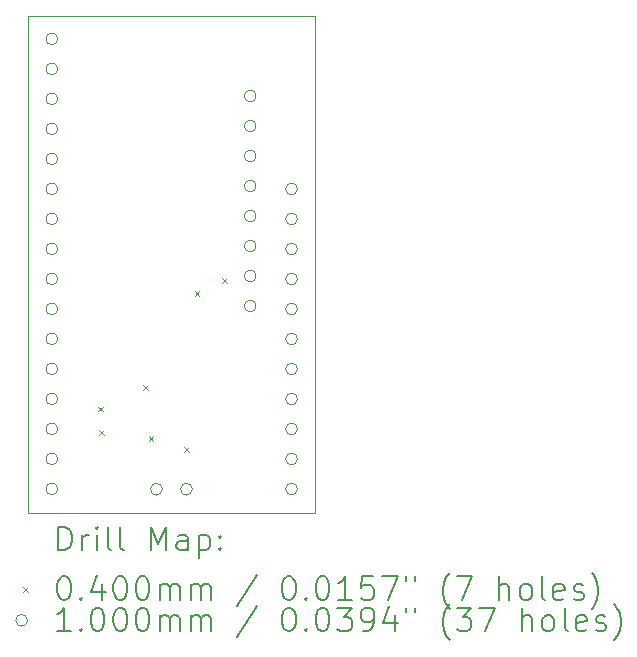
<source format=gbr>
%TF.GenerationSoftware,KiCad,Pcbnew,7.0.5-0*%
%TF.CreationDate,2023-07-31T20:50:07+02:00*%
%TF.ProjectId,wireless-wizard-wand,77697265-6c65-4737-932d-77697a617264,rev?*%
%TF.SameCoordinates,Original*%
%TF.FileFunction,Drillmap*%
%TF.FilePolarity,Positive*%
%FSLAX45Y45*%
G04 Gerber Fmt 4.5, Leading zero omitted, Abs format (unit mm)*
G04 Created by KiCad (PCBNEW 7.0.5-0) date 2023-07-31 20:50:07*
%MOMM*%
%LPD*%
G01*
G04 APERTURE LIST*
%ADD10C,0.100000*%
%ADD11C,0.200000*%
%ADD12C,0.040000*%
G04 APERTURE END LIST*
D10*
X8140000Y-2830000D02*
X10570000Y-2830000D01*
X10570000Y-7040000D01*
X8140000Y-7040000D01*
X8140000Y-2830000D01*
D11*
D12*
X8730000Y-6140000D02*
X8770000Y-6180000D01*
X8770000Y-6140000D02*
X8730000Y-6180000D01*
X8740000Y-6340000D02*
X8780000Y-6380000D01*
X8780000Y-6340000D02*
X8740000Y-6380000D01*
X9113480Y-5958445D02*
X9153480Y-5998445D01*
X9153480Y-5958445D02*
X9113480Y-5998445D01*
X9160000Y-6390000D02*
X9200000Y-6430000D01*
X9200000Y-6390000D02*
X9160000Y-6430000D01*
X9460000Y-6480000D02*
X9500000Y-6520000D01*
X9500000Y-6480000D02*
X9460000Y-6520000D01*
X9549850Y-5160000D02*
X9589850Y-5200000D01*
X9589850Y-5160000D02*
X9549850Y-5200000D01*
X9780150Y-5050000D02*
X9820150Y-5090000D01*
X9820150Y-5050000D02*
X9780150Y-5090000D01*
D10*
X8390000Y-3026000D02*
G75*
G03*
X8390000Y-3026000I-50000J0D01*
G01*
X8390000Y-3280000D02*
G75*
G03*
X8390000Y-3280000I-50000J0D01*
G01*
X8390000Y-3534000D02*
G75*
G03*
X8390000Y-3534000I-50000J0D01*
G01*
X8390000Y-3788000D02*
G75*
G03*
X8390000Y-3788000I-50000J0D01*
G01*
X8390000Y-4042000D02*
G75*
G03*
X8390000Y-4042000I-50000J0D01*
G01*
X8390000Y-4296000D02*
G75*
G03*
X8390000Y-4296000I-50000J0D01*
G01*
X8390000Y-4550000D02*
G75*
G03*
X8390000Y-4550000I-50000J0D01*
G01*
X8390000Y-4804000D02*
G75*
G03*
X8390000Y-4804000I-50000J0D01*
G01*
X8390000Y-5058000D02*
G75*
G03*
X8390000Y-5058000I-50000J0D01*
G01*
X8390000Y-5312000D02*
G75*
G03*
X8390000Y-5312000I-50000J0D01*
G01*
X8390000Y-5566000D02*
G75*
G03*
X8390000Y-5566000I-50000J0D01*
G01*
X8390000Y-5820000D02*
G75*
G03*
X8390000Y-5820000I-50000J0D01*
G01*
X8390000Y-6074000D02*
G75*
G03*
X8390000Y-6074000I-50000J0D01*
G01*
X8390000Y-6328000D02*
G75*
G03*
X8390000Y-6328000I-50000J0D01*
G01*
X8390000Y-6582000D02*
G75*
G03*
X8390000Y-6582000I-50000J0D01*
G01*
X8390000Y-6836000D02*
G75*
G03*
X8390000Y-6836000I-50000J0D01*
G01*
X9276000Y-6838500D02*
G75*
G03*
X9276000Y-6838500I-50000J0D01*
G01*
X9530000Y-6838500D02*
G75*
G03*
X9530000Y-6838500I-50000J0D01*
G01*
X10070000Y-3510000D02*
G75*
G03*
X10070000Y-3510000I-50000J0D01*
G01*
X10070000Y-3764000D02*
G75*
G03*
X10070000Y-3764000I-50000J0D01*
G01*
X10070000Y-4018000D02*
G75*
G03*
X10070000Y-4018000I-50000J0D01*
G01*
X10070000Y-4272000D02*
G75*
G03*
X10070000Y-4272000I-50000J0D01*
G01*
X10070000Y-4526000D02*
G75*
G03*
X10070000Y-4526000I-50000J0D01*
G01*
X10070000Y-4780000D02*
G75*
G03*
X10070000Y-4780000I-50000J0D01*
G01*
X10070000Y-5034000D02*
G75*
G03*
X10070000Y-5034000I-50000J0D01*
G01*
X10070000Y-5288000D02*
G75*
G03*
X10070000Y-5288000I-50000J0D01*
G01*
X10420000Y-4296000D02*
G75*
G03*
X10420000Y-4296000I-50000J0D01*
G01*
X10420000Y-4550000D02*
G75*
G03*
X10420000Y-4550000I-50000J0D01*
G01*
X10420000Y-4804000D02*
G75*
G03*
X10420000Y-4804000I-50000J0D01*
G01*
X10420000Y-5058000D02*
G75*
G03*
X10420000Y-5058000I-50000J0D01*
G01*
X10420000Y-5312000D02*
G75*
G03*
X10420000Y-5312000I-50000J0D01*
G01*
X10420000Y-5566000D02*
G75*
G03*
X10420000Y-5566000I-50000J0D01*
G01*
X10420000Y-5820000D02*
G75*
G03*
X10420000Y-5820000I-50000J0D01*
G01*
X10420000Y-6074000D02*
G75*
G03*
X10420000Y-6074000I-50000J0D01*
G01*
X10420000Y-6328000D02*
G75*
G03*
X10420000Y-6328000I-50000J0D01*
G01*
X10420000Y-6582000D02*
G75*
G03*
X10420000Y-6582000I-50000J0D01*
G01*
X10420000Y-6836000D02*
G75*
G03*
X10420000Y-6836000I-50000J0D01*
G01*
D11*
X8395777Y-7356484D02*
X8395777Y-7156484D01*
X8395777Y-7156484D02*
X8443396Y-7156484D01*
X8443396Y-7156484D02*
X8471967Y-7166008D01*
X8471967Y-7166008D02*
X8491015Y-7185055D01*
X8491015Y-7185055D02*
X8500539Y-7204103D01*
X8500539Y-7204103D02*
X8510063Y-7242198D01*
X8510063Y-7242198D02*
X8510063Y-7270769D01*
X8510063Y-7270769D02*
X8500539Y-7308865D01*
X8500539Y-7308865D02*
X8491015Y-7327912D01*
X8491015Y-7327912D02*
X8471967Y-7346960D01*
X8471967Y-7346960D02*
X8443396Y-7356484D01*
X8443396Y-7356484D02*
X8395777Y-7356484D01*
X8595777Y-7356484D02*
X8595777Y-7223150D01*
X8595777Y-7261246D02*
X8605301Y-7242198D01*
X8605301Y-7242198D02*
X8614824Y-7232674D01*
X8614824Y-7232674D02*
X8633872Y-7223150D01*
X8633872Y-7223150D02*
X8652920Y-7223150D01*
X8719586Y-7356484D02*
X8719586Y-7223150D01*
X8719586Y-7156484D02*
X8710063Y-7166008D01*
X8710063Y-7166008D02*
X8719586Y-7175531D01*
X8719586Y-7175531D02*
X8729110Y-7166008D01*
X8729110Y-7166008D02*
X8719586Y-7156484D01*
X8719586Y-7156484D02*
X8719586Y-7175531D01*
X8843396Y-7356484D02*
X8824348Y-7346960D01*
X8824348Y-7346960D02*
X8814824Y-7327912D01*
X8814824Y-7327912D02*
X8814824Y-7156484D01*
X8948158Y-7356484D02*
X8929110Y-7346960D01*
X8929110Y-7346960D02*
X8919586Y-7327912D01*
X8919586Y-7327912D02*
X8919586Y-7156484D01*
X9176729Y-7356484D02*
X9176729Y-7156484D01*
X9176729Y-7156484D02*
X9243396Y-7299341D01*
X9243396Y-7299341D02*
X9310063Y-7156484D01*
X9310063Y-7156484D02*
X9310063Y-7356484D01*
X9491015Y-7356484D02*
X9491015Y-7251722D01*
X9491015Y-7251722D02*
X9481491Y-7232674D01*
X9481491Y-7232674D02*
X9462444Y-7223150D01*
X9462444Y-7223150D02*
X9424348Y-7223150D01*
X9424348Y-7223150D02*
X9405301Y-7232674D01*
X9491015Y-7346960D02*
X9471967Y-7356484D01*
X9471967Y-7356484D02*
X9424348Y-7356484D01*
X9424348Y-7356484D02*
X9405301Y-7346960D01*
X9405301Y-7346960D02*
X9395777Y-7327912D01*
X9395777Y-7327912D02*
X9395777Y-7308865D01*
X9395777Y-7308865D02*
X9405301Y-7289817D01*
X9405301Y-7289817D02*
X9424348Y-7280293D01*
X9424348Y-7280293D02*
X9471967Y-7280293D01*
X9471967Y-7280293D02*
X9491015Y-7270769D01*
X9586253Y-7223150D02*
X9586253Y-7423150D01*
X9586253Y-7232674D02*
X9605301Y-7223150D01*
X9605301Y-7223150D02*
X9643396Y-7223150D01*
X9643396Y-7223150D02*
X9662444Y-7232674D01*
X9662444Y-7232674D02*
X9671967Y-7242198D01*
X9671967Y-7242198D02*
X9681491Y-7261246D01*
X9681491Y-7261246D02*
X9681491Y-7318388D01*
X9681491Y-7318388D02*
X9671967Y-7337436D01*
X9671967Y-7337436D02*
X9662444Y-7346960D01*
X9662444Y-7346960D02*
X9643396Y-7356484D01*
X9643396Y-7356484D02*
X9605301Y-7356484D01*
X9605301Y-7356484D02*
X9586253Y-7346960D01*
X9767205Y-7337436D02*
X9776729Y-7346960D01*
X9776729Y-7346960D02*
X9767205Y-7356484D01*
X9767205Y-7356484D02*
X9757682Y-7346960D01*
X9757682Y-7346960D02*
X9767205Y-7337436D01*
X9767205Y-7337436D02*
X9767205Y-7356484D01*
X9767205Y-7232674D02*
X9776729Y-7242198D01*
X9776729Y-7242198D02*
X9767205Y-7251722D01*
X9767205Y-7251722D02*
X9757682Y-7242198D01*
X9757682Y-7242198D02*
X9767205Y-7232674D01*
X9767205Y-7232674D02*
X9767205Y-7251722D01*
D12*
X8095000Y-7665000D02*
X8135000Y-7705000D01*
X8135000Y-7665000D02*
X8095000Y-7705000D01*
D11*
X8433872Y-7576484D02*
X8452920Y-7576484D01*
X8452920Y-7576484D02*
X8471967Y-7586008D01*
X8471967Y-7586008D02*
X8481491Y-7595531D01*
X8481491Y-7595531D02*
X8491015Y-7614579D01*
X8491015Y-7614579D02*
X8500539Y-7652674D01*
X8500539Y-7652674D02*
X8500539Y-7700293D01*
X8500539Y-7700293D02*
X8491015Y-7738388D01*
X8491015Y-7738388D02*
X8481491Y-7757436D01*
X8481491Y-7757436D02*
X8471967Y-7766960D01*
X8471967Y-7766960D02*
X8452920Y-7776484D01*
X8452920Y-7776484D02*
X8433872Y-7776484D01*
X8433872Y-7776484D02*
X8414824Y-7766960D01*
X8414824Y-7766960D02*
X8405301Y-7757436D01*
X8405301Y-7757436D02*
X8395777Y-7738388D01*
X8395777Y-7738388D02*
X8386253Y-7700293D01*
X8386253Y-7700293D02*
X8386253Y-7652674D01*
X8386253Y-7652674D02*
X8395777Y-7614579D01*
X8395777Y-7614579D02*
X8405301Y-7595531D01*
X8405301Y-7595531D02*
X8414824Y-7586008D01*
X8414824Y-7586008D02*
X8433872Y-7576484D01*
X8586253Y-7757436D02*
X8595777Y-7766960D01*
X8595777Y-7766960D02*
X8586253Y-7776484D01*
X8586253Y-7776484D02*
X8576729Y-7766960D01*
X8576729Y-7766960D02*
X8586253Y-7757436D01*
X8586253Y-7757436D02*
X8586253Y-7776484D01*
X8767205Y-7643150D02*
X8767205Y-7776484D01*
X8719586Y-7566960D02*
X8671967Y-7709817D01*
X8671967Y-7709817D02*
X8795777Y-7709817D01*
X8910063Y-7576484D02*
X8929110Y-7576484D01*
X8929110Y-7576484D02*
X8948158Y-7586008D01*
X8948158Y-7586008D02*
X8957682Y-7595531D01*
X8957682Y-7595531D02*
X8967205Y-7614579D01*
X8967205Y-7614579D02*
X8976729Y-7652674D01*
X8976729Y-7652674D02*
X8976729Y-7700293D01*
X8976729Y-7700293D02*
X8967205Y-7738388D01*
X8967205Y-7738388D02*
X8957682Y-7757436D01*
X8957682Y-7757436D02*
X8948158Y-7766960D01*
X8948158Y-7766960D02*
X8929110Y-7776484D01*
X8929110Y-7776484D02*
X8910063Y-7776484D01*
X8910063Y-7776484D02*
X8891015Y-7766960D01*
X8891015Y-7766960D02*
X8881491Y-7757436D01*
X8881491Y-7757436D02*
X8871967Y-7738388D01*
X8871967Y-7738388D02*
X8862444Y-7700293D01*
X8862444Y-7700293D02*
X8862444Y-7652674D01*
X8862444Y-7652674D02*
X8871967Y-7614579D01*
X8871967Y-7614579D02*
X8881491Y-7595531D01*
X8881491Y-7595531D02*
X8891015Y-7586008D01*
X8891015Y-7586008D02*
X8910063Y-7576484D01*
X9100539Y-7576484D02*
X9119586Y-7576484D01*
X9119586Y-7576484D02*
X9138634Y-7586008D01*
X9138634Y-7586008D02*
X9148158Y-7595531D01*
X9148158Y-7595531D02*
X9157682Y-7614579D01*
X9157682Y-7614579D02*
X9167205Y-7652674D01*
X9167205Y-7652674D02*
X9167205Y-7700293D01*
X9167205Y-7700293D02*
X9157682Y-7738388D01*
X9157682Y-7738388D02*
X9148158Y-7757436D01*
X9148158Y-7757436D02*
X9138634Y-7766960D01*
X9138634Y-7766960D02*
X9119586Y-7776484D01*
X9119586Y-7776484D02*
X9100539Y-7776484D01*
X9100539Y-7776484D02*
X9081491Y-7766960D01*
X9081491Y-7766960D02*
X9071967Y-7757436D01*
X9071967Y-7757436D02*
X9062444Y-7738388D01*
X9062444Y-7738388D02*
X9052920Y-7700293D01*
X9052920Y-7700293D02*
X9052920Y-7652674D01*
X9052920Y-7652674D02*
X9062444Y-7614579D01*
X9062444Y-7614579D02*
X9071967Y-7595531D01*
X9071967Y-7595531D02*
X9081491Y-7586008D01*
X9081491Y-7586008D02*
X9100539Y-7576484D01*
X9252920Y-7776484D02*
X9252920Y-7643150D01*
X9252920Y-7662198D02*
X9262444Y-7652674D01*
X9262444Y-7652674D02*
X9281491Y-7643150D01*
X9281491Y-7643150D02*
X9310063Y-7643150D01*
X9310063Y-7643150D02*
X9329110Y-7652674D01*
X9329110Y-7652674D02*
X9338634Y-7671722D01*
X9338634Y-7671722D02*
X9338634Y-7776484D01*
X9338634Y-7671722D02*
X9348158Y-7652674D01*
X9348158Y-7652674D02*
X9367205Y-7643150D01*
X9367205Y-7643150D02*
X9395777Y-7643150D01*
X9395777Y-7643150D02*
X9414825Y-7652674D01*
X9414825Y-7652674D02*
X9424348Y-7671722D01*
X9424348Y-7671722D02*
X9424348Y-7776484D01*
X9519586Y-7776484D02*
X9519586Y-7643150D01*
X9519586Y-7662198D02*
X9529110Y-7652674D01*
X9529110Y-7652674D02*
X9548158Y-7643150D01*
X9548158Y-7643150D02*
X9576729Y-7643150D01*
X9576729Y-7643150D02*
X9595777Y-7652674D01*
X9595777Y-7652674D02*
X9605301Y-7671722D01*
X9605301Y-7671722D02*
X9605301Y-7776484D01*
X9605301Y-7671722D02*
X9614825Y-7652674D01*
X9614825Y-7652674D02*
X9633872Y-7643150D01*
X9633872Y-7643150D02*
X9662444Y-7643150D01*
X9662444Y-7643150D02*
X9681491Y-7652674D01*
X9681491Y-7652674D02*
X9691015Y-7671722D01*
X9691015Y-7671722D02*
X9691015Y-7776484D01*
X10081491Y-7566960D02*
X9910063Y-7824103D01*
X10338634Y-7576484D02*
X10357682Y-7576484D01*
X10357682Y-7576484D02*
X10376729Y-7586008D01*
X10376729Y-7586008D02*
X10386253Y-7595531D01*
X10386253Y-7595531D02*
X10395777Y-7614579D01*
X10395777Y-7614579D02*
X10405301Y-7652674D01*
X10405301Y-7652674D02*
X10405301Y-7700293D01*
X10405301Y-7700293D02*
X10395777Y-7738388D01*
X10395777Y-7738388D02*
X10386253Y-7757436D01*
X10386253Y-7757436D02*
X10376729Y-7766960D01*
X10376729Y-7766960D02*
X10357682Y-7776484D01*
X10357682Y-7776484D02*
X10338634Y-7776484D01*
X10338634Y-7776484D02*
X10319587Y-7766960D01*
X10319587Y-7766960D02*
X10310063Y-7757436D01*
X10310063Y-7757436D02*
X10300539Y-7738388D01*
X10300539Y-7738388D02*
X10291015Y-7700293D01*
X10291015Y-7700293D02*
X10291015Y-7652674D01*
X10291015Y-7652674D02*
X10300539Y-7614579D01*
X10300539Y-7614579D02*
X10310063Y-7595531D01*
X10310063Y-7595531D02*
X10319587Y-7586008D01*
X10319587Y-7586008D02*
X10338634Y-7576484D01*
X10491015Y-7757436D02*
X10500539Y-7766960D01*
X10500539Y-7766960D02*
X10491015Y-7776484D01*
X10491015Y-7776484D02*
X10481491Y-7766960D01*
X10481491Y-7766960D02*
X10491015Y-7757436D01*
X10491015Y-7757436D02*
X10491015Y-7776484D01*
X10624348Y-7576484D02*
X10643396Y-7576484D01*
X10643396Y-7576484D02*
X10662444Y-7586008D01*
X10662444Y-7586008D02*
X10671968Y-7595531D01*
X10671968Y-7595531D02*
X10681491Y-7614579D01*
X10681491Y-7614579D02*
X10691015Y-7652674D01*
X10691015Y-7652674D02*
X10691015Y-7700293D01*
X10691015Y-7700293D02*
X10681491Y-7738388D01*
X10681491Y-7738388D02*
X10671968Y-7757436D01*
X10671968Y-7757436D02*
X10662444Y-7766960D01*
X10662444Y-7766960D02*
X10643396Y-7776484D01*
X10643396Y-7776484D02*
X10624348Y-7776484D01*
X10624348Y-7776484D02*
X10605301Y-7766960D01*
X10605301Y-7766960D02*
X10595777Y-7757436D01*
X10595777Y-7757436D02*
X10586253Y-7738388D01*
X10586253Y-7738388D02*
X10576729Y-7700293D01*
X10576729Y-7700293D02*
X10576729Y-7652674D01*
X10576729Y-7652674D02*
X10586253Y-7614579D01*
X10586253Y-7614579D02*
X10595777Y-7595531D01*
X10595777Y-7595531D02*
X10605301Y-7586008D01*
X10605301Y-7586008D02*
X10624348Y-7576484D01*
X10881491Y-7776484D02*
X10767206Y-7776484D01*
X10824348Y-7776484D02*
X10824348Y-7576484D01*
X10824348Y-7576484D02*
X10805301Y-7605055D01*
X10805301Y-7605055D02*
X10786253Y-7624103D01*
X10786253Y-7624103D02*
X10767206Y-7633627D01*
X11062444Y-7576484D02*
X10967206Y-7576484D01*
X10967206Y-7576484D02*
X10957682Y-7671722D01*
X10957682Y-7671722D02*
X10967206Y-7662198D01*
X10967206Y-7662198D02*
X10986253Y-7652674D01*
X10986253Y-7652674D02*
X11033872Y-7652674D01*
X11033872Y-7652674D02*
X11052920Y-7662198D01*
X11052920Y-7662198D02*
X11062444Y-7671722D01*
X11062444Y-7671722D02*
X11071968Y-7690769D01*
X11071968Y-7690769D02*
X11071968Y-7738388D01*
X11071968Y-7738388D02*
X11062444Y-7757436D01*
X11062444Y-7757436D02*
X11052920Y-7766960D01*
X11052920Y-7766960D02*
X11033872Y-7776484D01*
X11033872Y-7776484D02*
X10986253Y-7776484D01*
X10986253Y-7776484D02*
X10967206Y-7766960D01*
X10967206Y-7766960D02*
X10957682Y-7757436D01*
X11138634Y-7576484D02*
X11271967Y-7576484D01*
X11271967Y-7576484D02*
X11186253Y-7776484D01*
X11338634Y-7576484D02*
X11338634Y-7614579D01*
X11414825Y-7576484D02*
X11414825Y-7614579D01*
X11710063Y-7852674D02*
X11700539Y-7843150D01*
X11700539Y-7843150D02*
X11681491Y-7814579D01*
X11681491Y-7814579D02*
X11671968Y-7795531D01*
X11671968Y-7795531D02*
X11662444Y-7766960D01*
X11662444Y-7766960D02*
X11652920Y-7719341D01*
X11652920Y-7719341D02*
X11652920Y-7681246D01*
X11652920Y-7681246D02*
X11662444Y-7633627D01*
X11662444Y-7633627D02*
X11671968Y-7605055D01*
X11671968Y-7605055D02*
X11681491Y-7586008D01*
X11681491Y-7586008D02*
X11700539Y-7557436D01*
X11700539Y-7557436D02*
X11710063Y-7547912D01*
X11767206Y-7576484D02*
X11900539Y-7576484D01*
X11900539Y-7576484D02*
X11814825Y-7776484D01*
X12129110Y-7776484D02*
X12129110Y-7576484D01*
X12214825Y-7776484D02*
X12214825Y-7671722D01*
X12214825Y-7671722D02*
X12205301Y-7652674D01*
X12205301Y-7652674D02*
X12186253Y-7643150D01*
X12186253Y-7643150D02*
X12157682Y-7643150D01*
X12157682Y-7643150D02*
X12138634Y-7652674D01*
X12138634Y-7652674D02*
X12129110Y-7662198D01*
X12338634Y-7776484D02*
X12319587Y-7766960D01*
X12319587Y-7766960D02*
X12310063Y-7757436D01*
X12310063Y-7757436D02*
X12300539Y-7738388D01*
X12300539Y-7738388D02*
X12300539Y-7681246D01*
X12300539Y-7681246D02*
X12310063Y-7662198D01*
X12310063Y-7662198D02*
X12319587Y-7652674D01*
X12319587Y-7652674D02*
X12338634Y-7643150D01*
X12338634Y-7643150D02*
X12367206Y-7643150D01*
X12367206Y-7643150D02*
X12386253Y-7652674D01*
X12386253Y-7652674D02*
X12395777Y-7662198D01*
X12395777Y-7662198D02*
X12405301Y-7681246D01*
X12405301Y-7681246D02*
X12405301Y-7738388D01*
X12405301Y-7738388D02*
X12395777Y-7757436D01*
X12395777Y-7757436D02*
X12386253Y-7766960D01*
X12386253Y-7766960D02*
X12367206Y-7776484D01*
X12367206Y-7776484D02*
X12338634Y-7776484D01*
X12519587Y-7776484D02*
X12500539Y-7766960D01*
X12500539Y-7766960D02*
X12491015Y-7747912D01*
X12491015Y-7747912D02*
X12491015Y-7576484D01*
X12671968Y-7766960D02*
X12652920Y-7776484D01*
X12652920Y-7776484D02*
X12614825Y-7776484D01*
X12614825Y-7776484D02*
X12595777Y-7766960D01*
X12595777Y-7766960D02*
X12586253Y-7747912D01*
X12586253Y-7747912D02*
X12586253Y-7671722D01*
X12586253Y-7671722D02*
X12595777Y-7652674D01*
X12595777Y-7652674D02*
X12614825Y-7643150D01*
X12614825Y-7643150D02*
X12652920Y-7643150D01*
X12652920Y-7643150D02*
X12671968Y-7652674D01*
X12671968Y-7652674D02*
X12681491Y-7671722D01*
X12681491Y-7671722D02*
X12681491Y-7690769D01*
X12681491Y-7690769D02*
X12586253Y-7709817D01*
X12757682Y-7766960D02*
X12776730Y-7776484D01*
X12776730Y-7776484D02*
X12814825Y-7776484D01*
X12814825Y-7776484D02*
X12833872Y-7766960D01*
X12833872Y-7766960D02*
X12843396Y-7747912D01*
X12843396Y-7747912D02*
X12843396Y-7738388D01*
X12843396Y-7738388D02*
X12833872Y-7719341D01*
X12833872Y-7719341D02*
X12814825Y-7709817D01*
X12814825Y-7709817D02*
X12786253Y-7709817D01*
X12786253Y-7709817D02*
X12767206Y-7700293D01*
X12767206Y-7700293D02*
X12757682Y-7681246D01*
X12757682Y-7681246D02*
X12757682Y-7671722D01*
X12757682Y-7671722D02*
X12767206Y-7652674D01*
X12767206Y-7652674D02*
X12786253Y-7643150D01*
X12786253Y-7643150D02*
X12814825Y-7643150D01*
X12814825Y-7643150D02*
X12833872Y-7652674D01*
X12910063Y-7852674D02*
X12919587Y-7843150D01*
X12919587Y-7843150D02*
X12938634Y-7814579D01*
X12938634Y-7814579D02*
X12948158Y-7795531D01*
X12948158Y-7795531D02*
X12957682Y-7766960D01*
X12957682Y-7766960D02*
X12967206Y-7719341D01*
X12967206Y-7719341D02*
X12967206Y-7681246D01*
X12967206Y-7681246D02*
X12957682Y-7633627D01*
X12957682Y-7633627D02*
X12948158Y-7605055D01*
X12948158Y-7605055D02*
X12938634Y-7586008D01*
X12938634Y-7586008D02*
X12919587Y-7557436D01*
X12919587Y-7557436D02*
X12910063Y-7547912D01*
D10*
X8135000Y-7949000D02*
G75*
G03*
X8135000Y-7949000I-50000J0D01*
G01*
D11*
X8500539Y-8040484D02*
X8386253Y-8040484D01*
X8443396Y-8040484D02*
X8443396Y-7840484D01*
X8443396Y-7840484D02*
X8424348Y-7869055D01*
X8424348Y-7869055D02*
X8405301Y-7888103D01*
X8405301Y-7888103D02*
X8386253Y-7897627D01*
X8586253Y-8021436D02*
X8595777Y-8030960D01*
X8595777Y-8030960D02*
X8586253Y-8040484D01*
X8586253Y-8040484D02*
X8576729Y-8030960D01*
X8576729Y-8030960D02*
X8586253Y-8021436D01*
X8586253Y-8021436D02*
X8586253Y-8040484D01*
X8719586Y-7840484D02*
X8738634Y-7840484D01*
X8738634Y-7840484D02*
X8757682Y-7850008D01*
X8757682Y-7850008D02*
X8767205Y-7859531D01*
X8767205Y-7859531D02*
X8776729Y-7878579D01*
X8776729Y-7878579D02*
X8786253Y-7916674D01*
X8786253Y-7916674D02*
X8786253Y-7964293D01*
X8786253Y-7964293D02*
X8776729Y-8002388D01*
X8776729Y-8002388D02*
X8767205Y-8021436D01*
X8767205Y-8021436D02*
X8757682Y-8030960D01*
X8757682Y-8030960D02*
X8738634Y-8040484D01*
X8738634Y-8040484D02*
X8719586Y-8040484D01*
X8719586Y-8040484D02*
X8700539Y-8030960D01*
X8700539Y-8030960D02*
X8691015Y-8021436D01*
X8691015Y-8021436D02*
X8681491Y-8002388D01*
X8681491Y-8002388D02*
X8671967Y-7964293D01*
X8671967Y-7964293D02*
X8671967Y-7916674D01*
X8671967Y-7916674D02*
X8681491Y-7878579D01*
X8681491Y-7878579D02*
X8691015Y-7859531D01*
X8691015Y-7859531D02*
X8700539Y-7850008D01*
X8700539Y-7850008D02*
X8719586Y-7840484D01*
X8910063Y-7840484D02*
X8929110Y-7840484D01*
X8929110Y-7840484D02*
X8948158Y-7850008D01*
X8948158Y-7850008D02*
X8957682Y-7859531D01*
X8957682Y-7859531D02*
X8967205Y-7878579D01*
X8967205Y-7878579D02*
X8976729Y-7916674D01*
X8976729Y-7916674D02*
X8976729Y-7964293D01*
X8976729Y-7964293D02*
X8967205Y-8002388D01*
X8967205Y-8002388D02*
X8957682Y-8021436D01*
X8957682Y-8021436D02*
X8948158Y-8030960D01*
X8948158Y-8030960D02*
X8929110Y-8040484D01*
X8929110Y-8040484D02*
X8910063Y-8040484D01*
X8910063Y-8040484D02*
X8891015Y-8030960D01*
X8891015Y-8030960D02*
X8881491Y-8021436D01*
X8881491Y-8021436D02*
X8871967Y-8002388D01*
X8871967Y-8002388D02*
X8862444Y-7964293D01*
X8862444Y-7964293D02*
X8862444Y-7916674D01*
X8862444Y-7916674D02*
X8871967Y-7878579D01*
X8871967Y-7878579D02*
X8881491Y-7859531D01*
X8881491Y-7859531D02*
X8891015Y-7850008D01*
X8891015Y-7850008D02*
X8910063Y-7840484D01*
X9100539Y-7840484D02*
X9119586Y-7840484D01*
X9119586Y-7840484D02*
X9138634Y-7850008D01*
X9138634Y-7850008D02*
X9148158Y-7859531D01*
X9148158Y-7859531D02*
X9157682Y-7878579D01*
X9157682Y-7878579D02*
X9167205Y-7916674D01*
X9167205Y-7916674D02*
X9167205Y-7964293D01*
X9167205Y-7964293D02*
X9157682Y-8002388D01*
X9157682Y-8002388D02*
X9148158Y-8021436D01*
X9148158Y-8021436D02*
X9138634Y-8030960D01*
X9138634Y-8030960D02*
X9119586Y-8040484D01*
X9119586Y-8040484D02*
X9100539Y-8040484D01*
X9100539Y-8040484D02*
X9081491Y-8030960D01*
X9081491Y-8030960D02*
X9071967Y-8021436D01*
X9071967Y-8021436D02*
X9062444Y-8002388D01*
X9062444Y-8002388D02*
X9052920Y-7964293D01*
X9052920Y-7964293D02*
X9052920Y-7916674D01*
X9052920Y-7916674D02*
X9062444Y-7878579D01*
X9062444Y-7878579D02*
X9071967Y-7859531D01*
X9071967Y-7859531D02*
X9081491Y-7850008D01*
X9081491Y-7850008D02*
X9100539Y-7840484D01*
X9252920Y-8040484D02*
X9252920Y-7907150D01*
X9252920Y-7926198D02*
X9262444Y-7916674D01*
X9262444Y-7916674D02*
X9281491Y-7907150D01*
X9281491Y-7907150D02*
X9310063Y-7907150D01*
X9310063Y-7907150D02*
X9329110Y-7916674D01*
X9329110Y-7916674D02*
X9338634Y-7935722D01*
X9338634Y-7935722D02*
X9338634Y-8040484D01*
X9338634Y-7935722D02*
X9348158Y-7916674D01*
X9348158Y-7916674D02*
X9367205Y-7907150D01*
X9367205Y-7907150D02*
X9395777Y-7907150D01*
X9395777Y-7907150D02*
X9414825Y-7916674D01*
X9414825Y-7916674D02*
X9424348Y-7935722D01*
X9424348Y-7935722D02*
X9424348Y-8040484D01*
X9519586Y-8040484D02*
X9519586Y-7907150D01*
X9519586Y-7926198D02*
X9529110Y-7916674D01*
X9529110Y-7916674D02*
X9548158Y-7907150D01*
X9548158Y-7907150D02*
X9576729Y-7907150D01*
X9576729Y-7907150D02*
X9595777Y-7916674D01*
X9595777Y-7916674D02*
X9605301Y-7935722D01*
X9605301Y-7935722D02*
X9605301Y-8040484D01*
X9605301Y-7935722D02*
X9614825Y-7916674D01*
X9614825Y-7916674D02*
X9633872Y-7907150D01*
X9633872Y-7907150D02*
X9662444Y-7907150D01*
X9662444Y-7907150D02*
X9681491Y-7916674D01*
X9681491Y-7916674D02*
X9691015Y-7935722D01*
X9691015Y-7935722D02*
X9691015Y-8040484D01*
X10081491Y-7830960D02*
X9910063Y-8088103D01*
X10338634Y-7840484D02*
X10357682Y-7840484D01*
X10357682Y-7840484D02*
X10376729Y-7850008D01*
X10376729Y-7850008D02*
X10386253Y-7859531D01*
X10386253Y-7859531D02*
X10395777Y-7878579D01*
X10395777Y-7878579D02*
X10405301Y-7916674D01*
X10405301Y-7916674D02*
X10405301Y-7964293D01*
X10405301Y-7964293D02*
X10395777Y-8002388D01*
X10395777Y-8002388D02*
X10386253Y-8021436D01*
X10386253Y-8021436D02*
X10376729Y-8030960D01*
X10376729Y-8030960D02*
X10357682Y-8040484D01*
X10357682Y-8040484D02*
X10338634Y-8040484D01*
X10338634Y-8040484D02*
X10319587Y-8030960D01*
X10319587Y-8030960D02*
X10310063Y-8021436D01*
X10310063Y-8021436D02*
X10300539Y-8002388D01*
X10300539Y-8002388D02*
X10291015Y-7964293D01*
X10291015Y-7964293D02*
X10291015Y-7916674D01*
X10291015Y-7916674D02*
X10300539Y-7878579D01*
X10300539Y-7878579D02*
X10310063Y-7859531D01*
X10310063Y-7859531D02*
X10319587Y-7850008D01*
X10319587Y-7850008D02*
X10338634Y-7840484D01*
X10491015Y-8021436D02*
X10500539Y-8030960D01*
X10500539Y-8030960D02*
X10491015Y-8040484D01*
X10491015Y-8040484D02*
X10481491Y-8030960D01*
X10481491Y-8030960D02*
X10491015Y-8021436D01*
X10491015Y-8021436D02*
X10491015Y-8040484D01*
X10624348Y-7840484D02*
X10643396Y-7840484D01*
X10643396Y-7840484D02*
X10662444Y-7850008D01*
X10662444Y-7850008D02*
X10671968Y-7859531D01*
X10671968Y-7859531D02*
X10681491Y-7878579D01*
X10681491Y-7878579D02*
X10691015Y-7916674D01*
X10691015Y-7916674D02*
X10691015Y-7964293D01*
X10691015Y-7964293D02*
X10681491Y-8002388D01*
X10681491Y-8002388D02*
X10671968Y-8021436D01*
X10671968Y-8021436D02*
X10662444Y-8030960D01*
X10662444Y-8030960D02*
X10643396Y-8040484D01*
X10643396Y-8040484D02*
X10624348Y-8040484D01*
X10624348Y-8040484D02*
X10605301Y-8030960D01*
X10605301Y-8030960D02*
X10595777Y-8021436D01*
X10595777Y-8021436D02*
X10586253Y-8002388D01*
X10586253Y-8002388D02*
X10576729Y-7964293D01*
X10576729Y-7964293D02*
X10576729Y-7916674D01*
X10576729Y-7916674D02*
X10586253Y-7878579D01*
X10586253Y-7878579D02*
X10595777Y-7859531D01*
X10595777Y-7859531D02*
X10605301Y-7850008D01*
X10605301Y-7850008D02*
X10624348Y-7840484D01*
X10757682Y-7840484D02*
X10881491Y-7840484D01*
X10881491Y-7840484D02*
X10814825Y-7916674D01*
X10814825Y-7916674D02*
X10843396Y-7916674D01*
X10843396Y-7916674D02*
X10862444Y-7926198D01*
X10862444Y-7926198D02*
X10871968Y-7935722D01*
X10871968Y-7935722D02*
X10881491Y-7954769D01*
X10881491Y-7954769D02*
X10881491Y-8002388D01*
X10881491Y-8002388D02*
X10871968Y-8021436D01*
X10871968Y-8021436D02*
X10862444Y-8030960D01*
X10862444Y-8030960D02*
X10843396Y-8040484D01*
X10843396Y-8040484D02*
X10786253Y-8040484D01*
X10786253Y-8040484D02*
X10767206Y-8030960D01*
X10767206Y-8030960D02*
X10757682Y-8021436D01*
X10976729Y-8040484D02*
X11014825Y-8040484D01*
X11014825Y-8040484D02*
X11033872Y-8030960D01*
X11033872Y-8030960D02*
X11043396Y-8021436D01*
X11043396Y-8021436D02*
X11062444Y-7992865D01*
X11062444Y-7992865D02*
X11071968Y-7954769D01*
X11071968Y-7954769D02*
X11071968Y-7878579D01*
X11071968Y-7878579D02*
X11062444Y-7859531D01*
X11062444Y-7859531D02*
X11052920Y-7850008D01*
X11052920Y-7850008D02*
X11033872Y-7840484D01*
X11033872Y-7840484D02*
X10995777Y-7840484D01*
X10995777Y-7840484D02*
X10976729Y-7850008D01*
X10976729Y-7850008D02*
X10967206Y-7859531D01*
X10967206Y-7859531D02*
X10957682Y-7878579D01*
X10957682Y-7878579D02*
X10957682Y-7926198D01*
X10957682Y-7926198D02*
X10967206Y-7945246D01*
X10967206Y-7945246D02*
X10976729Y-7954769D01*
X10976729Y-7954769D02*
X10995777Y-7964293D01*
X10995777Y-7964293D02*
X11033872Y-7964293D01*
X11033872Y-7964293D02*
X11052920Y-7954769D01*
X11052920Y-7954769D02*
X11062444Y-7945246D01*
X11062444Y-7945246D02*
X11071968Y-7926198D01*
X11243396Y-7907150D02*
X11243396Y-8040484D01*
X11195777Y-7830960D02*
X11148158Y-7973817D01*
X11148158Y-7973817D02*
X11271967Y-7973817D01*
X11338634Y-7840484D02*
X11338634Y-7878579D01*
X11414825Y-7840484D02*
X11414825Y-7878579D01*
X11710063Y-8116674D02*
X11700539Y-8107150D01*
X11700539Y-8107150D02*
X11681491Y-8078579D01*
X11681491Y-8078579D02*
X11671968Y-8059531D01*
X11671968Y-8059531D02*
X11662444Y-8030960D01*
X11662444Y-8030960D02*
X11652920Y-7983341D01*
X11652920Y-7983341D02*
X11652920Y-7945246D01*
X11652920Y-7945246D02*
X11662444Y-7897627D01*
X11662444Y-7897627D02*
X11671968Y-7869055D01*
X11671968Y-7869055D02*
X11681491Y-7850008D01*
X11681491Y-7850008D02*
X11700539Y-7821436D01*
X11700539Y-7821436D02*
X11710063Y-7811912D01*
X11767206Y-7840484D02*
X11891015Y-7840484D01*
X11891015Y-7840484D02*
X11824348Y-7916674D01*
X11824348Y-7916674D02*
X11852920Y-7916674D01*
X11852920Y-7916674D02*
X11871968Y-7926198D01*
X11871968Y-7926198D02*
X11881491Y-7935722D01*
X11881491Y-7935722D02*
X11891015Y-7954769D01*
X11891015Y-7954769D02*
X11891015Y-8002388D01*
X11891015Y-8002388D02*
X11881491Y-8021436D01*
X11881491Y-8021436D02*
X11871968Y-8030960D01*
X11871968Y-8030960D02*
X11852920Y-8040484D01*
X11852920Y-8040484D02*
X11795777Y-8040484D01*
X11795777Y-8040484D02*
X11776729Y-8030960D01*
X11776729Y-8030960D02*
X11767206Y-8021436D01*
X11957682Y-7840484D02*
X12091015Y-7840484D01*
X12091015Y-7840484D02*
X12005301Y-8040484D01*
X12319587Y-8040484D02*
X12319587Y-7840484D01*
X12405301Y-8040484D02*
X12405301Y-7935722D01*
X12405301Y-7935722D02*
X12395777Y-7916674D01*
X12395777Y-7916674D02*
X12376730Y-7907150D01*
X12376730Y-7907150D02*
X12348158Y-7907150D01*
X12348158Y-7907150D02*
X12329110Y-7916674D01*
X12329110Y-7916674D02*
X12319587Y-7926198D01*
X12529110Y-8040484D02*
X12510063Y-8030960D01*
X12510063Y-8030960D02*
X12500539Y-8021436D01*
X12500539Y-8021436D02*
X12491015Y-8002388D01*
X12491015Y-8002388D02*
X12491015Y-7945246D01*
X12491015Y-7945246D02*
X12500539Y-7926198D01*
X12500539Y-7926198D02*
X12510063Y-7916674D01*
X12510063Y-7916674D02*
X12529110Y-7907150D01*
X12529110Y-7907150D02*
X12557682Y-7907150D01*
X12557682Y-7907150D02*
X12576730Y-7916674D01*
X12576730Y-7916674D02*
X12586253Y-7926198D01*
X12586253Y-7926198D02*
X12595777Y-7945246D01*
X12595777Y-7945246D02*
X12595777Y-8002388D01*
X12595777Y-8002388D02*
X12586253Y-8021436D01*
X12586253Y-8021436D02*
X12576730Y-8030960D01*
X12576730Y-8030960D02*
X12557682Y-8040484D01*
X12557682Y-8040484D02*
X12529110Y-8040484D01*
X12710063Y-8040484D02*
X12691015Y-8030960D01*
X12691015Y-8030960D02*
X12681491Y-8011912D01*
X12681491Y-8011912D02*
X12681491Y-7840484D01*
X12862444Y-8030960D02*
X12843396Y-8040484D01*
X12843396Y-8040484D02*
X12805301Y-8040484D01*
X12805301Y-8040484D02*
X12786253Y-8030960D01*
X12786253Y-8030960D02*
X12776730Y-8011912D01*
X12776730Y-8011912D02*
X12776730Y-7935722D01*
X12776730Y-7935722D02*
X12786253Y-7916674D01*
X12786253Y-7916674D02*
X12805301Y-7907150D01*
X12805301Y-7907150D02*
X12843396Y-7907150D01*
X12843396Y-7907150D02*
X12862444Y-7916674D01*
X12862444Y-7916674D02*
X12871968Y-7935722D01*
X12871968Y-7935722D02*
X12871968Y-7954769D01*
X12871968Y-7954769D02*
X12776730Y-7973817D01*
X12948158Y-8030960D02*
X12967206Y-8040484D01*
X12967206Y-8040484D02*
X13005301Y-8040484D01*
X13005301Y-8040484D02*
X13024349Y-8030960D01*
X13024349Y-8030960D02*
X13033872Y-8011912D01*
X13033872Y-8011912D02*
X13033872Y-8002388D01*
X13033872Y-8002388D02*
X13024349Y-7983341D01*
X13024349Y-7983341D02*
X13005301Y-7973817D01*
X13005301Y-7973817D02*
X12976730Y-7973817D01*
X12976730Y-7973817D02*
X12957682Y-7964293D01*
X12957682Y-7964293D02*
X12948158Y-7945246D01*
X12948158Y-7945246D02*
X12948158Y-7935722D01*
X12948158Y-7935722D02*
X12957682Y-7916674D01*
X12957682Y-7916674D02*
X12976730Y-7907150D01*
X12976730Y-7907150D02*
X13005301Y-7907150D01*
X13005301Y-7907150D02*
X13024349Y-7916674D01*
X13100539Y-8116674D02*
X13110063Y-8107150D01*
X13110063Y-8107150D02*
X13129111Y-8078579D01*
X13129111Y-8078579D02*
X13138634Y-8059531D01*
X13138634Y-8059531D02*
X13148158Y-8030960D01*
X13148158Y-8030960D02*
X13157682Y-7983341D01*
X13157682Y-7983341D02*
X13157682Y-7945246D01*
X13157682Y-7945246D02*
X13148158Y-7897627D01*
X13148158Y-7897627D02*
X13138634Y-7869055D01*
X13138634Y-7869055D02*
X13129111Y-7850008D01*
X13129111Y-7850008D02*
X13110063Y-7821436D01*
X13110063Y-7821436D02*
X13100539Y-7811912D01*
M02*

</source>
